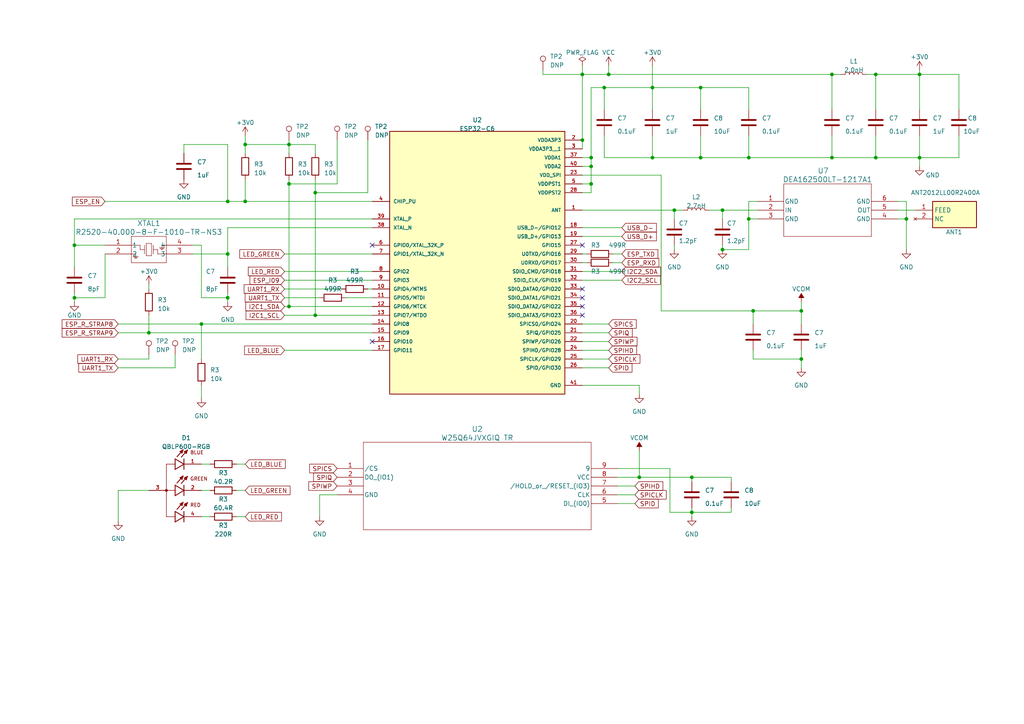
<source format=kicad_sch>
(kicad_sch (version 20230121) (generator eeschema)
  (paper "A4")
  (title_block (title "Smart Home Monitoring System") (date "2025-05-13") (rev "1.00") (comment 1 "Gaurang Solanki") (comment 2 "Designed by"))
  (junction (at 66.04 73.66))
  (junction (at 168.91 40.64))
  (junction (at 200.66 148.59))
  (junction (at 218.44 90.17))
  (junction (at 254 21.59))
  (junction (at 203.2 25.4))
  (junction (at 200.66 138.43))
  (junction (at 91.44 55.88))
  (junction (at 195.58 60.96))
  (junction (at 171.45 45.72))
  (junction (at 71.12 58.42))
  (junction (at 91.44 91.44))
  (junction (at 209.55 60.96))
  (junction (at 58.42 93.98))
  (junction (at 175.26 25.4))
  (junction (at 203.2 45.72))
  (junction (at 232.41 90.17))
  (junction (at 171.45 48.26))
  (junction (at 189.23 25.4))
  (junction (at 254 45.72))
  (junction (at 209.55 72.39))
  (junction (at 176.53 21.59))
  (junction (at 66.04 86.36))
  (junction (at 83.82 41.91))
  (junction (at 241.3 45.72))
  (junction (at 241.3 21.59))
  (junction (at 21.59 71.12))
  (junction (at 185.42 138.43))
  (junction (at 43.18 96.52))
  (junction (at 232.41 104.14))
  (junction (at 171.45 53.34))
  (junction (at 266.7 45.72))
  (junction (at 217.17 45.72))
  (junction (at 266.7 21.59))
  (junction (at 66.04 58.42))
  (junction (at 217.17 63.5))
  (junction (at 71.12 41.91))
  (junction (at 83.82 53.34))
  (junction (at 262.89 63.5))
  (junction (at 168.91 21.59))
  (junction (at 21.59 86.36))
  (junction (at 189.23 45.72))
  (junction (at 83.82 88.9))
  (no_connect (at 168.91 83.82))
  (no_connect (at 107.95 71.12))
  (no_connect (at 168.91 88.9))
  (no_connect (at 107.95 99.06))
  (no_connect (at 168.91 86.36))
  (no_connect (at 168.91 91.44))
  (no_connect (at 168.91 71.12))
  (wire (pts (xy 203.2 25.4) (xy 217.17 25.4)))
  (wire (pts (xy 171.45 53.34) (xy 168.91 53.34)))
  (wire (pts (xy 58.42 111.76) (xy 58.42 115.57)))
  (wire (pts (xy 21.59 71.12) (xy 21.59 77.47)))
  (wire (pts (xy 168.91 60.96) (xy 195.58 60.96)))
  (wire (pts (xy 266.7 48.26) (xy 266.7 45.72)))
  (wire (pts (xy 189.23 19.05) (xy 189.23 25.4)))
  (wire (pts (xy 180.34 73.66) (xy 177.8 73.66)))
  (wire (pts (xy 71.12 52.07) (xy 71.12 58.42)))
  (wire (pts (xy 243.84 21.59) (xy 241.3 21.59)))
  (wire (pts (xy 92.71 149.86) (xy 92.71 143.51)))
  (wire (pts (xy 184.15 143.51) (xy 179.07 143.51)))
  (wire (pts (xy 107.95 63.5) (xy 21.59 63.5)))
  (wire (pts (xy 184.15 146.05) (xy 179.07 146.05)))
  (wire (pts (xy 175.26 39.37) (xy 175.26 45.72)))
  (wire (pts (xy 200.66 138.43) (xy 185.42 138.43)))
  (wire (pts (xy 171.45 48.26) (xy 171.45 45.72)))
  (wire (pts (xy 91.44 41.91) (xy 83.82 41.91)))
  (wire (pts (xy 66.04 73.66) (xy 66.04 66.04)))
  (wire (pts (xy 106.68 55.88) (xy 91.44 55.88)))
  (wire (pts (xy 171.45 48.26) (xy 168.91 48.26)))
  (wire (pts (xy 191.77 90.17) (xy 218.44 90.17)))
  (wire (pts (xy 82.55 81.28) (xy 107.95 81.28)))
  (wire (pts (xy 66.04 86.36) (xy 66.04 85.09)))
  (wire (pts (xy 71.12 142.24) (xy 68.58 142.24)))
  (wire (pts (xy 83.82 52.07) (xy 83.82 53.34)))
  (wire (pts (xy 97.79 40.64) (xy 97.79 53.34)))
  (wire (pts (xy 266.7 20.32) (xy 266.7 21.59)))
  (wire (pts (xy 176.53 99.06) (xy 168.91 99.06)))
  (wire (pts (xy 171.45 45.72) (xy 168.91 45.72)))
  (wire (pts (xy 171.45 48.26) (xy 171.45 53.34)))
  (wire (pts (xy 218.44 90.17) (xy 218.44 93.98)))
  (wire (pts (xy 217.17 31.75) (xy 217.17 25.4)))
  (wire (pts (xy 180.34 68.58) (xy 168.91 68.58)))
  (wire (pts (xy 168.91 21.59) (xy 168.91 40.64)))
  (wire (pts (xy 203.2 45.72) (xy 217.17 45.72)))
  (wire (pts (xy 83.82 41.91) (xy 71.12 41.91)))
  (wire (pts (xy 176.53 101.6) (xy 168.91 101.6)))
  (wire (pts (xy 66.04 87.63) (xy 66.04 86.36)))
  (wire (pts (xy 43.18 102.87) (xy 43.18 104.14)))
  (wire (pts (xy 106.68 83.82) (xy 107.95 83.82)))
  (wire (pts (xy 176.53 106.68) (xy 168.91 106.68)))
  (wire (pts (xy 30.48 86.36) (xy 21.59 86.36)))
  (wire (pts (xy 55.88 71.12) (xy 58.42 71.12)))
  (wire (pts (xy 34.29 93.98) (xy 58.42 93.98)))
  (wire (pts (xy 58.42 93.98) (xy 107.95 93.98)))
  (wire (pts (xy 83.82 88.9) (xy 107.95 88.9)))
  (wire (pts (xy 195.58 60.96) (xy 198.12 60.96)))
  (wire (pts (xy 82.55 101.6) (xy 107.95 101.6)))
  (wire (pts (xy 254 21.59) (xy 254 31.75)))
  (wire (pts (xy 170.18 73.66) (xy 168.91 73.66)))
  (wire (pts (xy 262.89 63.5) (xy 260.35 63.5)))
  (wire (pts (xy 209.55 72.39) (xy 209.55 71.12)))
  (wire (pts (xy 58.42 71.12) (xy 58.42 86.36)))
  (wire (pts (xy 43.18 91.44) (xy 43.18 96.52)))
  (wire (pts (xy 262.89 72.39) (xy 262.89 63.5)))
  (wire (pts (xy 266.7 45.72) (xy 278.13 45.72)))
  (wire (pts (xy 189.23 39.37) (xy 189.23 45.72)))
  (wire (pts (xy 217.17 63.5) (xy 219.71 63.5)))
  (wire (pts (xy 83.82 40.64) (xy 83.82 41.91)))
  (wire (pts (xy 34.29 142.24) (xy 43.18 142.24)))
  (wire (pts (xy 200.66 138.43) (xy 200.66 139.7)))
  (wire (pts (xy 21.59 87.63) (xy 21.59 86.36)))
  (wire (pts (xy 212.09 147.32) (xy 212.09 148.59)))
  (wire (pts (xy 58.42 86.36) (xy 66.04 86.36)))
  (wire (pts (xy 254 45.72) (xy 266.7 45.72)))
  (wire (pts (xy 194.31 135.89) (xy 194.31 148.59)))
  (wire (pts (xy 168.91 78.74) (xy 180.34 78.74)))
  (wire (pts (xy 266.7 39.37) (xy 266.7 45.72)))
  (wire (pts (xy 203.2 39.37) (xy 203.2 45.72)))
  (wire (pts (xy 262.89 58.42) (xy 262.89 63.5)))
  (wire (pts (xy 191.77 50.8) (xy 191.77 90.17)))
  (wire (pts (xy 176.53 96.52) (xy 168.91 96.52)))
  (wire (pts (xy 53.34 44.45) (xy 53.34 41.91)))
  (wire (pts (xy 168.91 43.18) (xy 168.91 40.64)))
  (wire (pts (xy 71.12 149.86) (xy 68.58 149.86)))
  (wire (pts (xy 30.48 73.66) (xy 30.48 86.36)))
  (wire (pts (xy 217.17 58.42) (xy 217.17 63.5)))
  (wire (pts (xy 82.55 86.36) (xy 92.71 86.36)))
  (wire (pts (xy 157.48 20.32) (xy 157.48 21.59)))
  (wire (pts (xy 175.26 31.75) (xy 175.26 25.4)))
  (wire (pts (xy 60.96 149.86) (xy 58.42 149.86)))
  (wire (pts (xy 168.91 81.28) (xy 180.34 81.28)))
  (wire (pts (xy 212.09 138.43) (xy 200.66 138.43)))
  (wire (pts (xy 91.44 52.07) (xy 91.44 55.88)))
  (wire (pts (xy 217.17 72.39) (xy 209.55 72.39)))
  (wire (pts (xy 83.82 44.45) (xy 83.82 41.91)))
  (wire (pts (xy 232.41 90.17) (xy 232.41 93.98)))
  (wire (pts (xy 200.66 147.32) (xy 200.66 148.59)))
  (wire (pts (xy 97.79 53.34) (xy 83.82 53.34)))
  (wire (pts (xy 157.48 21.59) (xy 168.91 21.59)))
  (wire (pts (xy 175.26 25.4) (xy 171.45 25.4)))
  (wire (pts (xy 60.96 134.62) (xy 58.42 134.62)))
  (wire (pts (xy 92.71 143.51) (xy 97.79 143.51)))
  (wire (pts (xy 176.53 104.14) (xy 168.91 104.14)))
  (wire (pts (xy 254 39.37) (xy 254 45.72)))
  (wire (pts (xy 66.04 58.42) (xy 71.12 58.42)))
  (wire (pts (xy 83.82 53.34) (xy 83.82 88.9)))
  (wire (pts (xy 175.26 25.4) (xy 189.23 25.4)))
  (wire (pts (xy 82.55 83.82) (xy 99.06 83.82)))
  (wire (pts (xy 55.88 73.66) (xy 66.04 73.66)))
  (wire (pts (xy 185.42 138.43) (xy 179.07 138.43)))
  (wire (pts (xy 266.7 21.59) (xy 266.7 31.75)))
  (wire (pts (xy 185.42 111.76) (xy 168.91 111.76)))
  (wire (pts (xy 171.45 55.88) (xy 171.45 53.34)))
  (wire (pts (xy 71.12 41.91) (xy 71.12 44.45)))
  (wire (pts (xy 66.04 66.04) (xy 107.95 66.04)))
  (wire (pts (xy 21.59 71.12) (xy 30.48 71.12)))
  (wire (pts (xy 168.91 21.59) (xy 176.53 21.59)))
  (wire (pts (xy 34.29 106.68) (xy 50.8 106.68)))
  (wire (pts (xy 171.45 55.88) (xy 168.91 55.88)))
  (wire (pts (xy 176.53 19.05) (xy 176.53 21.59)))
  (wire (pts (xy 217.17 45.72) (xy 241.3 45.72)))
  (wire (pts (xy 266.7 21.59) (xy 278.13 21.59)))
  (wire (pts (xy 180.34 66.04) (xy 168.91 66.04)))
  (wire (pts (xy 194.31 148.59) (xy 200.66 148.59)))
  (wire (pts (xy 200.66 148.59) (xy 200.66 149.86)))
  (wire (pts (xy 82.55 88.9) (xy 83.82 88.9)))
  (wire (pts (xy 251.46 21.59) (xy 254 21.59)))
  (wire (pts (xy 66.04 73.66) (xy 66.04 77.47)))
  (wire (pts (xy 91.44 91.44) (xy 107.95 91.44)))
  (wire (pts (xy 176.53 21.59) (xy 241.3 21.59)))
  (wire (pts (xy 60.96 142.24) (xy 58.42 142.24)))
  (wire (pts (xy 185.42 130.81) (xy 185.42 138.43)))
  (wire (pts (xy 209.55 60.96) (xy 209.55 63.5)))
  (wire (pts (xy 91.44 55.88) (xy 91.44 91.44)))
  (wire (pts (xy 195.58 60.96) (xy 195.58 63.5)))
  (wire (pts (xy 205.74 60.96) (xy 209.55 60.96)))
  (wire (pts (xy 82.55 78.74) (xy 107.95 78.74)))
  (wire (pts (xy 58.42 93.98) (xy 58.42 104.14)))
  (wire (pts (xy 180.34 76.2) (xy 177.8 76.2)))
  (wire (pts (xy 71.12 58.42) (xy 107.95 58.42)))
  (wire (pts (xy 43.18 104.14) (xy 34.29 104.14)))
  (wire (pts (xy 170.18 76.2) (xy 168.91 76.2)))
  (wire (pts (xy 179.07 135.89) (xy 194.31 135.89)))
  (wire (pts (xy 218.44 101.6) (xy 218.44 104.14)))
  (wire (pts (xy 34.29 96.52) (xy 43.18 96.52)))
  (wire (pts (xy 260.35 58.42) (xy 262.89 58.42)))
  (wire (pts (xy 53.34 41.91) (xy 66.04 41.91)))
  (wire (pts (xy 168.91 19.05) (xy 168.91 21.59)))
  (wire (pts (xy 168.91 50.8) (xy 191.77 50.8)))
  (wire (pts (xy 43.18 82.55) (xy 43.18 83.82)))
  (wire (pts (xy 43.18 96.52) (xy 107.95 96.52)))
  (wire (pts (xy 189.23 25.4) (xy 203.2 25.4)))
  (wire (pts (xy 212.09 139.7) (xy 212.09 138.43)))
  (wire (pts (xy 106.68 40.64) (xy 106.68 55.88)))
  (wire (pts (xy 217.17 63.5) (xy 217.17 72.39)))
  (wire (pts (xy 241.3 39.37) (xy 241.3 45.72)))
  (wire (pts (xy 217.17 39.37) (xy 217.17 45.72)))
  (wire (pts (xy 100.33 86.36) (xy 107.95 86.36)))
  (wire (pts (xy 219.71 58.42) (xy 217.17 58.42)))
  (wire (pts (xy 232.41 87.63) (xy 232.41 90.17)))
  (wire (pts (xy 66.04 41.91) (xy 66.04 58.42)))
  (wire (pts (xy 176.53 93.98) (xy 168.91 93.98)))
  (wire (pts (xy 218.44 90.17) (xy 232.41 90.17)))
  (wire (pts (xy 21.59 86.36) (xy 21.59 85.09)))
  (wire (pts (xy 179.07 140.97) (xy 184.15 140.97)))
  (wire (pts (xy 232.41 104.14) (xy 232.41 106.68)))
  (wire (pts (xy 175.26 45.72) (xy 189.23 45.72)))
  (wire (pts (xy 241.3 45.72) (xy 254 45.72)))
  (wire (pts (xy 203.2 25.4) (xy 203.2 31.75)))
  (wire (pts (xy 21.59 63.5) (xy 21.59 71.12)))
  (wire (pts (xy 71.12 39.37) (xy 71.12 41.91)))
  (wire (pts (xy 189.23 45.72) (xy 203.2 45.72)))
  (wire (pts (xy 278.13 31.75) (xy 278.13 21.59)))
  (wire (pts (xy 185.42 114.3) (xy 185.42 111.76)))
  (wire (pts (xy 218.44 104.14) (xy 232.41 104.14)))
  (wire (pts (xy 34.29 151.13) (xy 34.29 142.24)))
  (wire (pts (xy 195.58 71.12) (xy 195.58 72.39)))
  (wire (pts (xy 91.44 44.45) (xy 91.44 41.91)))
  (wire (pts (xy 68.58 134.62) (xy 71.12 134.62)))
  (wire (pts (xy 212.09 148.59) (xy 200.66 148.59)))
  (wire (pts (xy 254 21.59) (xy 266.7 21.59)))
  (wire (pts (xy 260.35 60.96) (xy 265.43 60.96)))
  (wire (pts (xy 82.55 73.66) (xy 107.95 73.66)))
  (wire (pts (xy 241.3 31.75) (xy 241.3 21.59)))
  (wire (pts (xy 50.8 106.68) (xy 50.8 102.87)))
  (wire (pts (xy 209.55 60.96) (xy 219.71 60.96)))
  (wire (pts (xy 232.41 101.6) (xy 232.41 104.14)))
  (wire (pts (xy 189.23 25.4) (xy 189.23 31.75)))
  (wire (pts (xy 82.55 91.44) (xy 91.44 91.44)))
  (wire (pts (xy 30.48 58.42) (xy 66.04 58.42)))
  (wire (pts (xy 278.13 45.72) (xy 278.13 39.37)))
  (wire (pts (xy 171.45 25.4) (xy 171.45 45.72)))
  (global_label "SPIWP" (shape input) (at 97.79 140.97 180) (property "Intersheetrefs" "${INTERSHEET_REFS}" (effects hide)))
  (global_label "LED_RED" (shape input) (at 82.55 78.74 180) (property "Intersheetrefs" "${INTERSHEET_REFS}" (effects hide)))
  (global_label "ESP_EN" (shape input) (at 30.48 58.42 180) (property "Intersheetrefs" "${INTERSHEET_REFS}" (effects hide)))
  (global_label "LED_BLUE" (shape input) (at 71.12 134.62 0) (property "Intersheetrefs" "${INTERSHEET_REFS}" (effects hide)))
  (global_label "SPICLK" (shape input) (at 184.15 143.51 0) (property "Intersheetrefs" "${INTERSHEET_REFS}" (effects hide)))
  (global_label "I2C1_SCL" (shape input) (at 82.55 91.44 180) (property "Intersheetrefs" "${INTERSHEET_REFS}" (effects hide)))
  (global_label "SPID" (shape input) (at 176.53 106.68 0) (property "Intersheetrefs" "${INTERSHEET_REFS}" (effects hide)))
  (global_label "UART1_TX" (shape input) (at 82.55 86.36 180) (property "Intersheetrefs" "${INTERSHEET_REFS}" (effects hide)))
  (global_label "ESP_TXD" (shape input) (at 180.34 73.66 0) (property "Intersheetrefs" "${INTERSHEET_REFS}" (effects hide)))
  (global_label "ESP_R_STRAP9" (shape input) (at 34.29 96.52 180) (property "Intersheetrefs" "${INTERSHEET_REFS}" (effects hide)))
  (global_label "USB_D+" (shape input) (at 180.34 68.58 0) (property "Intersheetrefs" "${INTERSHEET_REFS}" (effects hide)))
  (global_label "UART1_TX" (shape input) (at 34.29 106.68 180) (property "Intersheetrefs" "${INTERSHEET_REFS}" (effects hide)))
  (global_label "USB_D-" (shape input) (at 180.34 66.04 0) (property "Intersheetrefs" "${INTERSHEET_REFS}" (effects hide)))
  (global_label "SPID" (shape input) (at 184.15 146.05 0) (property "Intersheetrefs" "${INTERSHEET_REFS}" (effects hide)))
  (global_label "SPIQ" (shape input) (at 97.79 138.43 180) (property "Intersheetrefs" "${INTERSHEET_REFS}" (effects hide)))
  (global_label "SPIHD" (shape input) (at 184.15 140.97 0) (property "Intersheetrefs" "${INTERSHEET_REFS}" (effects hide)))
  (global_label "UART1_RX" (shape input) (at 34.29 104.14 180) (property "Intersheetrefs" "${INTERSHEET_REFS}" (effects hide)))
  (global_label "I2C1_SDA" (shape input) (at 82.55 88.9 180) (property "Intersheetrefs" "${INTERSHEET_REFS}" (effects hide)))
  (global_label "I2C2_SDA" (shape input) (at 180.34 78.74 0) (property "Intersheetrefs" "${INTERSHEET_REFS}" (effects hide)))
  (global_label "LED_RED" (shape input) (at 71.12 149.86 0) (property "Intersheetrefs" "${INTERSHEET_REFS}" (effects hide)))
  (global_label "UART1_RX" (shape input) (at 82.55 83.82 180) (property "Intersheetrefs" "${INTERSHEET_REFS}" (effects hide)))
  (global_label "SPICLK" (shape input) (at 176.53 104.14 0) (property "Intersheetrefs" "${INTERSHEET_REFS}" (effects hide)))
  (global_label "SPICS" (shape input) (at 97.79 135.89 180) (property "Intersheetrefs" "${INTERSHEET_REFS}" (effects hide)))
  (global_label "SPICS" (shape input) (at 176.53 93.98 0) (property "Intersheetrefs" "${INTERSHEET_REFS}" (effects hide)))
  (global_label "LED_BLUE" (shape input) (at 82.55 101.6 180) (property "Intersheetrefs" "${INTERSHEET_REFS}" (effects hide)))
  (global_label "LED_GREEN" (shape input) (at 71.12 142.24 0) (property "Intersheetrefs" "${INTERSHEET_REFS}" (effects hide)))
  (global_label "SPIHD" (shape input) (at 176.53 101.6 0) (property "Intersheetrefs" "${INTERSHEET_REFS}" (effects hide)))
  (global_label "SPIQ" (shape input) (at 176.53 96.52 0) (property "Intersheetrefs" "${INTERSHEET_REFS}" (effects hide)))
  (global_label "ESP_RXD" (shape input) (at 180.34 76.2 0) (property "Intersheetrefs" "${INTERSHEET_REFS}" (effects hide)))
  (global_label "ESP_R_STRAP8" (shape input) (at 34.29 93.98 180) (property "Intersheetrefs" "${INTERSHEET_REFS}" (effects hide)))
  (global_label "SPIWP" (shape input) (at 176.53 99.06 0) (property "Intersheetrefs" "${INTERSHEET_REFS}" (effects hide)))
  (global_label "LED_GREEN" (shape input) (at 82.55 73.66 180) (property "Intersheetrefs" "${INTERSHEET_REFS}" (effects hide)))
  (global_label "I2C2_SCL" (shape input) (at 180.34 81.28 0) (property "Intersheetrefs" "${INTERSHEET_REFS}" (effects hide)))
  (global_label "ESP_I09" (shape input) (at 82.55 81.28 180) (property "Intersheetrefs" "${INTERSHEET_REFS}" (effects hide)))
  (symbol (lib_id "Device:C") (at 232.41 97.79 0) (unit 1)
    (property "Reference" "C7" (at 236.22 96.52 0) (effects (justify left)))
    (property "Value" "1uF" (at 236.22 100.33 0) (effects (justify left)))
    (property "Footprint" "GS_other:R_0402_1005Metric_Pad0.72x0.64mm_HandSolder" (effects hide))
    (property "Datasheet" "https://www.digikey.ca/en/products/detail/samsung-electro-mechanics/CL05A105KA5NQNC/3887103" (effects hide))
    (property "Manufacturer" "Samsung Electro-Mechanics" (effects hide))
    (property "Part Number" "CL05A105KA5NQNC" (effects hide))
    (property "Price" "0.04590" (effects hide))
    (instances (project "SHM_V2.0" (path "" (reference "C7") (unit 1)) (path "" (reference "C4") (unit 1))))
  )
  (symbol (lib_id "Device:C") (at 212.09 143.51 0) (unit 1)
    (property "Reference" "C8" (at 215.9 142.24 0) (effects (justify left)))
    (property "Value" "10uF" (at 215.9 146.05 0) (effects (justify left)))
    (property "Footprint" "GS_other:R_0402_1005Metric_Pad0.72x0.64mm_HandSolder" (effects hide))
    (property "Datasheet" "https://www.digikey.ca/en/products/detail/murata-electronics/GRM155R61A106ME11D/12091056" (effects hide))
    (property "Manufacturer" "Murata Electronics" (effects hide))
    (property "Part Number" "GRM155R61A106ME11D" (effects hide))
    (property "Price" "0.03650" (effects hide))
    (instances (project "SHM_V2.0" (path "" (reference "C8") (unit 1)) (path "" (reference "C2") (unit 1))))
  )
  (symbol (lib_id "Device:R") (at 58.42 107.95 180) (unit 1)
    (property "Reference" "R3" (at 60.96 107.315 0) (effects (justify right)))
    (property "Value" "10k" (at 60.96 109.855 0) (effects (justify right)))
    (property "Footprint" "GS_other:R_0402_1005Metric_Pad0.72x0.64mm_HandSolder" (effects hide))
    (property "Datasheet" "https://www.digikey.ca/en/products/detail/yageo/RC0402JR-0710KL/726418" (effects hide))
    (property "Manufacturer" "YAGEO" (effects hide))
    (property "Part Number" "RC0402JR-0710KL" (effects hide))
    (property "Price" "0.00960" (effects hide))
    (instances (project "SHM_V2.0" (path "" (reference "R3") (unit 1)) (path "" (reference "R4") (unit 1)) (path "" (reference "R11") (unit 1))))
  )
  (symbol (lib_id "Device:R") (at 91.44 48.26 180) (unit 1)
    (property "Reference" "R3" (at 93.98 47.625 0) (effects (justify right)))
    (property "Value" "10k" (at 93.98 50.165 0) (effects (justify right)))
    (property "Footprint" "GS_other:R_0402_1005Metric_Pad0.72x0.64mm_HandSolder" (effects hide))
    (property "Datasheet" "https://www.digikey.ca/en/products/detail/yageo/RC0402JR-0710KL/726418" (effects hide))
    (property "Manufacturer" "YAGEO" (effects hide))
    (property "Part Number" "RC0402JR-0710KL" (effects hide))
    (property "Price" "0.00960" (effects hide))
    (instances (project "SHM_V2.0" (path "" (reference "R3") (unit 1)) (path "" (reference "R4") (unit 1)) (path "" (reference "R16") (unit 1))))
  )
  (symbol (lib_id "power:GND") (at 232.41 106.68 0) (unit 1)
    (property "Reference" "#PWR022" (effects hide))
    (property "Value" "GND" (at 232.41 111.76 0))
    (instances (project "SHM_V2.0" (path "" (reference "#PWR022") (unit 1)) (path "" (reference "#PWR025") (unit 1))))
  )
  (symbol (lib_id "power:GND") (at 66.04 87.63 0) (unit 1)
    (property "Reference" "#PWR022" (effects hide))
    (property "Value" "GND" (at 66.04 92.71 0))
    (instances (project "SHM_V2.0" (path "" (reference "#PWR022") (unit 1)) (path "" (reference "#PWR028") (unit 1))))
  )
  (symbol (lib_id "Device:R") (at 64.77 149.86 90) (unit 1)
    (property "Reference" "R3" (at 64.77 152.4 90))
    (property "Value" "220R" (at 64.77 154.94 90))
    (property "Footprint" "GS_other:R_0402_1005Metric_Pad0.72x0.64mm_HandSolder" (effects hide))
    (property "Datasheet" "https://www.digikey.ca/en/products/detail/yageo/RC0402FR-07220RL/726565" (effects hide))
    (property "Manufacturer" "YAGEO" (effects hide))
    (property "Part Number" "RC0402FR-07220RL" (effects hide))
    (property "Price" "0.00960" (effects hide))
    (instances (project "SHM_V2.0" (path "" (reference "R3") (unit 1)) (path "" (reference "R4") (unit 1)) (path "" (reference "R21") (unit 1))))
  )
  (symbol (lib_id "GS_other:R2520-40.000-10-F-1010-EXT-TR") (at 30.48 71.12 0) (unit 1)
    (property "Reference" "XTAL1" (at 43.18 64.77 0) (effects (font (size 1.524 1.524))))
    (property "Value" "R2520-40.000-8-F-1010-TR-NS3" (at 43.18 67.31 0) (effects (font (size 1.524 1.524))))
    (property "Footprint" "GS_other:R2520-40.000-10-F-1010-EXT-TR_RAL" (effects hide))
    (property "Datasheet" "https://www.digikey.ca/en/products/detail/raltron-electronics/R2520-40-000-8-F-1010-TR-NS3/22531210?s=N4IgTCBcDaIEpgKxgAwFoAsKB0K9oA40AxNARhQrQBU40A5AZQGYQBdAXyA" (effects hide))
    (property "Manufacturer" "Raltron Electronics" (effects hide))
    (property "Part Number" "R2520-40.000-8-F-1010-TR-NS3" (effects hide))
    (property "Price" "0.23630" (effects hide))
    (instances (project "SHM_V2.0" (path "" (reference "XTAL1") (unit 1)) (path "" (reference "X1") (unit 1))))
  )
  (symbol (lib_id "GS_Connector:ESP32-C6") (at 138.43 73.66 0) (unit 1)
    (property "Reference" "U2" (at 138.43 34.798 0))
    (property "Value" "ESP32-C6" (at 138.43 37.338 0))
    (property "Footprint" "GS_ICs:QFN40P500X500X90-41N" (effects hide))
    (property "Datasheet" "https://www.digikey.ca/en/products/detail/espressif-systems/ESP32-C6/18587530" (effects hide))
    (property "Manufacturer" "Espressif Systems" (effects hide))
    (property "Part Number" "ESP32-C6" (effects hide))
    (property "Price" "3.18000" (effects hide))
    (instances (project "SHM_V2.0" (path "" (reference "U2") (unit 1)) (path "" (reference "U4") (unit 1))))
  )
  (symbol (lib_id "GS_other:QBLP600-RGB") (at 50.8 142.24 0) (unit 1)
    (property "Reference" "D1" (at 54.0104 127 0))
    (property "Value" "QBLP600-RGB" (at 54.0104 129.54 0))
    (property "Footprint" "GS_other:LED_QBLP600-RGB" (effects hide))
    (property "Datasheet" "https://www.digikey.ca/en/products/detail/qt-brightek-qtb/QBLP600-RGB/5299203" (effects hide))
    (property "Price" "0.38900" (effects hide))
    (property "Description" "\n                        \n                            Red, Green, Blue (RGB) 630nm Red, 525nm Green, 470nm Blue LED Indication - Discrete 2V Red, 3.3V Green, 3.3V Blue 0606 (1616 Metric)\n                        \n" (effects hide))
    (property "Manufacturer" "QT Brightek (QTB)" (effects hide))
    (property "Part Number" "QBLP600-RGB" (effects hide))
  )
  (symbol (lib_id "Device:C") (at 203.2 35.56 0) (unit 1)
    (property "Reference" "C8" (at 207.01 34.29 0) (effects (justify left)))
    (property "Value" "10uF" (at 207.01 38.1 0) (effects (justify left)))
    (property "Footprint" "GS_other:R_0402_1005Metric_Pad0.72x0.64mm_HandSolder" (effects hide))
    (property "Datasheet" "https://www.digikey.ca/en/products/detail/murata-electronics/GRM155R61A106ME11D/12091056" (effects hide))
    (property "Manufacturer" "Murata Electronics" (effects hide))
    (property "Part Number" "GRM155R61A106ME11D" (effects hide))
    (property "Price" "0.03650" (effects hide))
    (instances (project "SHM_V2.0" (path "" (reference "C8") (unit 1)) (path "" (reference "C18") (unit 1))))
  )
  (symbol (lib_id "Device:C") (at 217.17 35.56 0) (unit 1)
    (property "Reference" "C7" (at 220.98 34.29 0) (effects (justify left)))
    (property "Value" "0.1uF" (at 220.98 38.1 0) (effects (justify left)))
    (property "Footprint" "GS_other:R_0402_1005Metric_Pad0.72x0.64mm_HandSolder" (effects hide))
    (property "Datasheet" "https://www.digikey.ca/en/products/detail/samsung-electro-mechanics/CL05B104KP5NNNC/3886660" (effects hide))
    (property "Manufacturer" "Samsung Electro-Mechanics" (effects hide))
    (property "Part Number" "CL05B104KP5NNNC" (effects hide))
    (property "Price" "0.00530" (effects hide))
    (instances (project "SHM_V2.0" (path "" (reference "C7") (unit 1)) (path "" (reference "C21") (unit 1))))
  )
  (symbol (lib_id "Device:C") (at 278.13 35.56 0) (unit 1)
    (property "Reference" "C8" (at 280.67 34.29 0) (effects (justify left)))
    (property "Value" "10uF" (at 279.4 38.1 0) (effects (justify left)))
    (property "Footprint" "GS_other:R_0402_1005Metric_Pad0.72x0.64mm_HandSolder" (effects hide))
    (property "Datasheet" "https://www.digikey.ca/en/products/detail/murata-electronics/GRM155R61A106ME11D/12091056" (effects hide))
    (property "Manufacturer" "Murata Electronics" (effects hide))
    (property "Part Number" "GRM155R61A106ME11D" (effects hide))
    (property "Price" "0.03650" (effects hide))
  )
  (symbol (lib_id "power:GND") (at 34.29 151.13 0) (unit 1)
    (property "Reference" "#PWR05" (effects hide))
    (property "Value" "GND" (at 34.29 156.21 0))
    (instances (project "SHM_V2.0" (path "" (reference "#PWR05") (unit 1)) (path "" (reference "#PWR015") (unit 1)) (path "" (reference "#PWR029") (unit 1))))
  )
  (symbol (lib_id "Device:C") (at 175.26 35.56 0) (unit 1)
    (property "Reference" "C7" (at 179.07 34.29 0) (effects (justify left)))
    (property "Value" "0.1uF" (at 179.07 38.1 0) (effects (justify left)))
    (property "Footprint" "GS_other:R_0402_1005Metric_Pad0.72x0.64mm_HandSolder" (effects hide))
    (property "Datasheet" "https://www.digikey.ca/en/products/detail/samsung-electro-mechanics/CL05B104KP5NNNC/3886660" (effects hide))
    (property "Manufacturer" "Samsung Electro-Mechanics" (effects hide))
    (property "Part Number" "CL05B104KP5NNNC" (effects hide))
    (property "Price" "0.00530" (effects hide))
    (instances (project "SHM_V2.0" (path "" (reference "C7") (unit 1)) (path "" (reference "C19") (unit 1))))
  )
  (symbol (lib_id "power:GND") (at 185.42 114.3 0) (unit 1)
    (property "Reference" "#PWR022" (effects hide))
    (property "Value" "GND" (at 185.42 119.38 0))
    (instances (project "SHM_V2.0" (path "" (reference "#PWR022") (unit 1)) (path "" (reference "#PWR024") (unit 1))))
  )
  (symbol (lib_id "power:PWR_FLAG") (at 168.91 19.05 0) (unit 1)
    (property "Reference" "#FLG04" (effects hide))
    (property "Value" "PWR_FLAG" (at 168.91 15.24 0))
    (instances (project "SHM_V2.0" (path "" (reference "#FLG04") (unit 1)) (path "" (reference "#FLG05") (unit 1))))
  )
  (symbol (lib_id "Device:C") (at 21.59 81.28 0) (unit 1)
    (property "Reference" "C7" (at 25.4 80.01 0) (effects (justify left)))
    (property "Value" "8pF" (at 25.4 83.82 0) (effects (justify left)))
    (property "Footprint" "GS_other:R_0402_1005Metric_Pad0.72x0.64mm_HandSolder" (effects hide))
    (property "Datasheet" "https://www.digikey.ca/en/products/detail/samsung-electro-mechanics/CL05C080DB51PNC/11487821" (effects hide))
    (property "Manufacturer" "Samsung Electro-Mechanics" (effects hide))
    (property "Part Number" "CL05C080DB51PNC" (effects hide))
    (property "Price" "0.02490" (effects hide))
    (instances (project "SHM_V2.0" (path "" (reference "C7") (unit 1)) (path "" (reference "C11") (unit 1))))
  )
  (symbol (lib_id "power:GND") (at 21.59 87.63 0) (unit 1)
    (property "Reference" "#PWR022" (effects hide))
    (property "Value" "GND" (at 21.59 91.44 0))
    (instances (project "SHM_V2.0" (path "" (reference "#PWR022") (unit 1)) (path "" (reference "#PWR027") (unit 1))))
  )
  (symbol (lib_id "power:GND") (at 200.66 149.86 0) (unit 1)
    (property "Reference" "#PWR022" (effects hide))
    (property "Value" "GND" (at 200.66 154.94 0))
    (instances (project "SHM_V2.0" (path "" (reference "#PWR022") (unit 1)) (path "" (reference "#PWR018") (unit 1))))
  )
  (symbol (lib_id "power:GND") (at 53.34 52.07 0) (unit 1)
    (property "Reference" "#PWR05" (effects hide))
    (property "Value" "GND" (at 53.34 57.15 0))
    (instances (project "SHM_V2.0" (path "" (reference "#PWR05") (unit 1)) (path "" (reference "#PWR015") (unit 1)) (path "" (reference "#PWR044") (unit 1))))
  )
  (symbol (lib_id "Connector:TestPoint") (at 50.8 102.87 0) (unit 1)
    (property "Reference" "TP2" (at 52.832 98.933 0) (effects (justify left)))
    (property "Value" "DNP" (at 52.832 101.473 0) (effects (justify left)))
    (property "Footprint" "GS_other:TestPoint_Pad_D1.0mm" (effects hide))
    (property "Part Number" "DNP" (effects hide))
    (instances (project "AAVAA_V4_charger" (path "" (reference "TP2") (unit 1)) (path "" (reference "TP23") (unit 1))) (project "owlhome_nrf_v02.1" (path "" (reference "TP22") (unit 1))) (project "SHM_V2.0" (path "" (reference "TP10") (unit 1)) (path "" (reference "TP3") (unit 1))))
  )
  (symbol (lib_id "power:VCOM") (at 185.42 130.81 0) (unit 1)
    (property "Reference" "#PWR026" (effects hide))
    (property "Value" "VCOM" (at 185.42 127 0))
  )
  (symbol (lib_id "Device:C") (at 195.58 67.31 0) (unit 1)
    (property "Reference" "C7" (at 196.85 64.77 0) (effects (justify left)))
    (property "Value" "1.2pF" (at 196.85 69.85 0) (effects (justify left)))
    (property "Footprint" "GS_other:C_0201_0603Metric_Pad0.64x0.40mm_HandSolder" (effects hide))
    (property "Datasheet" "https://www.digikey.ca/en/products/detail/murata-electronics/GRM0335C1E1R2BA01D/4358580" (effects hide))
    (property "Part Number" "GRM0335C1E1R2BA01D" (effects hide))
    (property "Manufacturer" "Murata Electronics" (effects hide))
    (property "Price" "0.01440" (effects hide))
    (instances (project "SHM_V2.0" (path "" (reference "C7") (unit 1)) (path "" (reference "C15") (unit 1))))
  )
  (symbol (lib_id "Device:L") (at 201.93 60.96 90) (unit 1)
    (property "Reference" "L2" (at 201.93 57.15 90))
    (property "Value" "2.7nH" (at 201.93 59.69 90))
    (property "Footprint" "GS_other:C_0201_0603Metric_Pad0.64x0.40mm_HandSolder" (effects hide))
    (property "Datasheet" "https://www.digikey.ca/en/products/detail/murata-electronics/LQP03TN2N7B02D/2391744?s=N4IgTCBcDaIDIEUAKAGAzAFQHJiwdgCEUwAREAXQF8g" (effects hide))
    (property "Part Number" "LQP03TN2N7B02D" (effects hide))
    (property "Manufacturer" "Murata Electronics" (effects hide))
    (property "Price" "0.03530" (effects hide))
  )
  (symbol (lib_id "Device:R") (at 64.77 134.62 90) (unit 1)
    (property "Reference" "R3" (at 64.77 137.16 90))
    (property "Value" "40.2R" (at 64.77 139.7 90))
    (property "Footprint" "GS_other:R_0402_1005Metric_Pad0.72x0.64mm_HandSolder" (effects hide))
    (property "Datasheet" "https://www.digikey.ca/en/products/detail/stackpole-electronics-inc/RMCF0402FT40R2/1714715" (effects hide))
    (property "Manufacturer" "Stackpole Electronics Inc" (effects hide))
    (property "Part Number" "RMCF0402FT40R2" (effects hide))
    (property "Price" "0.01350" (effects hide))
    (instances (project "SHM_V2.0" (path "" (reference "R3") (unit 1)) (path "" (reference "R4") (unit 1)) (path "" (reference "R2") (unit 1))))
  )
  (symbol (lib_id "power:GND") (at 92.71 149.86 0) (unit 1)
    (property "Reference" "#PWR022" (effects hide))
    (property "Value" "GND" (at 92.71 154.94 0))
    (instances (project "SHM_V2.0" (path "" (reference "#PWR022") (unit 1)) (path "" (reference "#PWR014") (unit 1))))
  )
  (symbol (lib_id "power:+3V0") (at 43.18 82.55 0) (unit 1)
    (property "Reference" "#PWR04" (effects hide))
    (property "Value" "+3V0" (at 43.18 78.74 0))
    (instances (project "SHM_V2.0" (path "" (reference "#PWR04") (unit 1)) (path "" (reference "#PWR021") (unit 1))))
  )
  (symbol (lib_id "Device:R") (at 83.82 48.26 180) (unit 1)
    (property "Reference" "R3" (at 86.36 47.625 0) (effects (justify right)))
    (property "Value" "10k" (at 86.36 50.165 0) (effects (justify right)))
    (property "Footprint" "GS_other:R_0402_1005Metric_Pad0.72x0.64mm_HandSolder" (effects hide))
    (property "Datasheet" "https://www.digikey.ca/en/products/detail/yageo/RC0402JR-0710KL/726418" (effects hide))
    (property "Manufacturer" "YAGEO" (effects hide))
    (property "Part Number" "RC0402JR-0710KL" (effects hide))
    (property "Price" "0.00960" (effects hide))
    (instances (project "SHM_V2.0" (path "" (reference "R3") (unit 1)) (path "" (reference "R4") (unit 1)) (path "" (reference "R10") (unit 1))))
  )
  (symbol (lib_id "Device:L") (at 247.65 21.59 90) (unit 1)
    (property "Reference" "L1" (at 247.65 17.78 90))
    (property "Value" "2.0nH" (at 247.65 20.32 90))
    (property "Footprint" "GS_other:R_0402_1005Metric_Pad0.72x0.64mm_HandSolder" (effects hide))
    (property "Datasheet" "https://www.digikey.ca/en/products/detail/murata-electronics/LQG15HN2N0C02D/6798501?s=N4IgTCBcDaIDIEUDiBGArACQHJiwBgGE8wAREAXQF8g" (effects hide))
    (property "Part Number" "LQG15HN2N0C02D" (effects hide))
    (property "Manufacturer" "Murata Electronics" (effects hide))
    (property "Price" "0.05260" (effects hide))
  )
  (symbol (lib_id "Device:C") (at 66.04 81.28 0) (unit 1)
    (property "Reference" "C7" (at 59.69 78.74 0) (effects (justify left)))
    (property "Value" "8pF" (at 59.69 83.82 0) (effects (justify left)))
    (property "Footprint" "GS_other:R_0402_1005Metric_Pad0.72x0.64mm_HandSolder" (effects hide))
    (property "Datasheet" "https://www.digikey.ca/en/products/detail/samsung-electro-mechanics/CL05C080DB51PNC/11487821" (effects hide))
    (property "Manufacturer" "Samsung Electro-Mechanics" (effects hide))
    (property "Part Number" "CL05C080DB51PNC" (effects hide))
    (property "Price" "0.02490" (effects hide))
    (instances (project "SHM_V2.0" (path "" (reference "C7") (unit 1)) (path "" (reference "C12") (unit 1))))
  )
  (symbol (lib_id "Device:C") (at 241.3 35.56 0) (unit 1)
    (property "Reference" "C7" (at 245.11 34.29 0) (effects (justify left)))
    (property "Value" "0.1uF" (at 245.11 38.1 0) (effects (justify left)))
    (property "Footprint" "GS_other:R_0402_1005Metric_Pad0.72x0.64mm_HandSolder" (effects hide))
    (property "Datasheet" "https://www.digikey.ca/en/products/detail/samsung-electro-mechanics/CL05B104KP5NNNC/3886660" (effects hide))
    (property "Manufacturer" "Samsung Electro-Mechanics" (effects hide))
    (property "Part Number" "CL05B104KP5NNNC" (effects hide))
    (property "Price" "0.00530" (effects hide))
  )
  (symbol (lib_id "GS_ICs:W25Q64JVXGIQ_TR") (at 97.79 135.89 0) (unit 1)
    (property "Reference" "U2" (at 138.43 124.46 0) (effects (font (size 1.524 1.524))))
    (property "Value" "W25Q64JVXGIQ TR" (at 138.43 127 0) (effects (font (size 1.524 1.524))))
    (property "Footprint" "GS_ICs:DFN_XGIQ TR_WIN-L" (effects hide))
    (property "Datasheet" "https://www.digikey.ca/en/products/detail/winbond-electronics/W25Q64JVXGIQ-TR/15181863?s=N4IgTCBcDaIOpgKwEUBsAWAUgNQBoHEBJZAAgBUAlEAXQF8g" (effects hide))
    (property "Manufacturer" "Winbond Electronics" (effects hide))
    (property "Part Number" "W25Q64JVXGIQ TR" (effects hide))
    (property "Price" "1.35780" (effects hide))
  )
  (symbol (lib_id "Connector:TestPoint") (at 97.79 40.64 0) (unit 1)
    (property "Reference" "TP2" (at 99.822 36.703 0) (effects (justify left)))
    (property "Value" "DNP" (at 99.822 39.243 0) (effects (justify left)))
    (property "Footprint" "GS_other:TestPoint_Pad_D1.0mm" (effects hide))
    (property "Part Number" "DNP" (effects hide))
    (instances (project "AAVAA_V4_charger" (path "" (reference "TP2") (unit 1)) (path "" (reference "TP23") (unit 1))) (project "owlhome_nrf_v02.1" (path "" (reference "TP22") (unit 1))) (project "SHM_V2.0" (path "" (reference "TP10") (unit 1)) (path "" (reference "TP14") (unit 1))))
  )
  (symbol (lib_id "Connector:TestPoint") (at 43.18 102.87 0) (unit 1)
    (property "Reference" "TP2" (at 45.212 98.933 0) (effects (justify left)))
    (property "Value" "DNP" (at 45.212 101.473 0) (effects (justify left)))
    (property "Footprint" "GS_other:TestPoint_Pad_D1.0mm" (effects hide))
    (property "Part Number" "DNP" (effects hide))
    (instances (project "AAVAA_V4_charger" (path "" (reference "TP2") (unit 1)) (path "" (reference "TP23") (unit 1))) (project "owlhome_nrf_v02.1" (path "" (reference "TP22") (unit 1))) (project "SHM_V2.0" (path "" (reference "TP10") (unit 1)) (path "" (reference "TP1") (unit 1))))
  )
  (symbol (lib_id "Device:R") (at 173.99 76.2 270) (unit 1)
    (property "Reference" "R3" (at 172.72 78.74 90))
    (property "Value" "499R" (at 179.07 78.74 90))
    (property "Footprint" "GS_other:R_0402_1005Metric_Pad0.72x0.64mm_HandSolder" (effects hide))
    (property "Datasheet" "https://www.digikey.ca/en/products/detail/yageo/RC0402FR-07499RL/726623" (effects hide))
    (property "Manufacturer" "YAGEO" (effects hide))
    (property "Part Number" "RC0402FR-07499RL" (effects hide))
    (property "Price" "0.00960" (effects hide))
    (instances (project "SHM_V2.0" (path "" (reference "R3") (unit 1)) (path "" (reference "R4") (unit 1)) (path "" (reference "R15") (unit 1))))
  )
  (symbol (lib_id "power:GND") (at 58.42 115.57 0) (unit 1)
    (property "Reference" "#PWR022" (effects hide))
    (property "Value" "GND" (at 58.42 120.65 0))
    (instances (project "SHM_V2.0" (path "" (reference "#PWR022") (unit 1)) (path "" (reference "#PWR042") (unit 1))))
  )
  (symbol (lib_id "Device:C") (at 218.44 97.79 0) (unit 1)
    (property "Reference" "C7" (at 222.25 96.52 0) (effects (justify left)))
    (property "Value" "0.1uF" (at 222.25 100.33 0) (effects (justify left)))
    (property "Footprint" "GS_other:R_0402_1005Metric_Pad0.72x0.64mm_HandSolder" (effects hide))
    (property "Datasheet" "https://www.digikey.ca/en/products/detail/samsung-electro-mechanics/CL05B104KP5NNNC/3886660" (effects hide))
    (property "Manufacturer" "Samsung Electro-Mechanics" (effects hide))
    (property "Part Number" "CL05B104KP5NNNC" (effects hide))
    (property "Price" "0.00530" (effects hide))
    (instances (project "SHM_V2.0" (path "" (reference "C7") (unit 1)) (path "" (reference "C3") (unit 1))))
  )
  (symbol (lib_id "power:+3V0") (at 266.7 20.32 0) (unit 1)
    (property "Reference" "#PWR04" (effects hide))
    (property "Value" "+3V0" (at 266.7 16.51 0))
    (instances (project "SHM_V2.0" (path "" (reference "#PWR04") (unit 1)) (path "" (reference "#PWR019") (unit 1))))
  )
  (symbol (lib_id "Device:R") (at 173.99 73.66 270) (unit 1)
    (property "Reference" "R3" (at 172.72 71.12 90))
    (property "Value" "499R" (at 179.07 71.12 90))
    (property "Footprint" "GS_other:R_0402_1005Metric_Pad0.72x0.64mm_HandSolder" (effects hide))
    (property "Datasheet" "https://www.digikey.ca/en/products/detail/yageo/RC0402FR-07499RL/726623" (effects hide))
    (property "Manufacturer" "YAGEO" (effects hide))
    (property "Part Number" "RC0402FR-07499RL" (effects hide))
    (property "Price" "0.00960" (effects hide))
    (instances (project "SHM_V2.0" (path "" (reference "R3") (unit 1)) (path "" (reference "R4") (unit 1)) (path "" (reference "R14") (unit 1))))
  )
  (symbol (lib_id "power:GND") (at 195.58 72.39 0) (unit 1)
    (property "Reference" "#PWR022" (effects hide))
    (property "Value" "GND" (at 195.58 77.47 0))
    (instances (project "SHM_V2.0" (path "" (reference "#PWR022") (unit 1)) (path "" (reference "#PWR032") (unit 1))))
  )
  (symbol (lib_id "Device:R") (at 71.12 48.26 180) (unit 1)
    (property "Reference" "R3" (at 73.66 47.625 0) (effects (justify right)))
    (property "Value" "10k" (at 73.66 50.165 0) (effects (justify right)))
    (property "Footprint" "GS_other:R_0402_1005Metric_Pad0.72x0.64mm_HandSolder" (effects hide))
    (property "Datasheet" "https://www.digikey.ca/en/products/detail/yageo/RC0402JR-0710KL/726418" (effects hide))
    (property "Manufacturer" "YAGEO" (effects hide))
    (property "Part Number" "RC0402JR-0710KL" (effects hide))
    (property "Price" "0.00960" (effects hide))
    (instances (project "SHM_V2.0" (path "" (reference "R3") (unit 1)) (path "" (reference "R4") (unit 1)) (path "" (reference "R13") (unit 1))))
  )
  (symbol (lib_id "Device:R") (at 64.77 142.24 90) (unit 1)
    (property "Reference" "R3" (at 64.77 144.78 90))
    (property "Value" "60.4R" (at 64.77 147.32 90))
    (property "Footprint" "GS_other:R_0402_1005Metric_Pad0.72x0.64mm_HandSolder" (effects hide))
    (property "Datasheet" "https://www.digikey.ca/en/products/detail/thin-film-technology-corp/TFA0402R6042F-T10/23598478" (effects hide))
    (property "Manufacturer" "Thin Film Technology Corp." (effects hide))
    (property "Part Number" "TFA0402R6042F-T10" (effects hide))
    (property "Price" "0.01340" (effects hide))
    (instances (project "SHM_V2.0" (path "" (reference "R3") (unit 1)) (path "" (reference "R4") (unit 1)) (path "" (reference "R20") (unit 1))))
  )
  (symbol (lib_id "Connector:TestPoint") (at 83.82 40.64 0) (unit 1)
    (property "Reference" "TP2" (at 85.852 36.703 0) (effects (justify left)))
    (property "Value" "DNP" (at 85.852 39.243 0) (effects (justify left)))
    (property "Footprint" "GS_other:TestPoint_Pad_D1.0mm" (effects hide))
    (property "Part Number" "DNP" (effects hide))
    (instances (project "AAVAA_V4_charger" (path "" (reference "TP2") (unit 1)) (path "" (reference "TP23") (unit 1))) (project "owlhome_nrf_v02.1" (path "" (reference "TP22") (unit 1))) (project "SHM_V2.0" (path "" (reference "TP10") (unit 1)) (path "" (reference "TP12") (unit 1))))
  )
  (symbol (lib_id "Device:R") (at 43.18 87.63 180) (unit 1)
    (property "Reference" "R3" (at 45.72 86.995 0) (effects (justify right)))
    (property "Value" "10k" (at 45.72 89.535 0) (effects (justify right)))
    (property "Footprint" "GS_other:R_0402_1005Metric_Pad0.72x0.64mm_HandSolder" (effects hide))
    (property "Datasheet" "https://www.digikey.ca/en/products/detail/yageo/RC0402JR-0710KL/726418" (effects hide))
    (property "Manufacturer" "YAGEO" (effects hide))
    (property "Part Number" "RC0402JR-0710KL" (effects hide))
    (property "Price" "0.00960" (effects hide))
    (instances (project "SHM_V2.0" (path "" (reference "R3") (unit 1)) (path "" (reference "R4") (unit 1)) (path "" (reference "R12") (unit 1))))
  )
  (symbol (lib_id "Device:R") (at 102.87 83.82 270) (unit 1)
    (property "Reference" "R3" (at 102.87 78.74 90))
    (property "Value" "499R" (at 102.87 81.28 90))
    (property "Footprint" "GS_other:R_0402_1005Metric_Pad0.72x0.64mm_HandSolder" (effects hide))
    (property "Datasheet" "https://www.digikey.ca/en/products/detail/yageo/RC0402FR-07499RL/726623" (effects hide))
    (property "Manufacturer" "YAGEO" (effects hide))
    (property "Part Number" "RC0402FR-07499RL" (effects hide))
    (property "Price" "0.00960" (effects hide))
    (instances (project "SHM_V2.0" (path "" (reference "R3") (unit 1)) (path "" (reference "R4") (unit 1)) (path "" (reference "R5") (unit 1))))
  )
  (symbol (lib_id "Device:C") (at 254 35.56 0) (unit 1)
    (property "Reference" "C7" (at 257.81 34.29 0) (effects (justify left)))
    (property "Value" "0.1uF" (at 257.81 38.1 0) (effects (justify left)))
    (property "Footprint" "GS_other:R_0402_1005Metric_Pad0.72x0.64mm_HandSolder" (effects hide))
    (property "Datasheet" "https://www.digikey.ca/en/products/detail/samsung-electro-mechanics/CL05B104KP5NNNC/3886660" (effects hide))
    (property "Manufacturer" "Samsung Electro-Mechanics" (effects hide))
    (property "Part Number" "CL05B104KP5NNNC" (effects hide))
    (property "Price" "0.00530" (effects hide))
    (instances (project "SHM_V2.0" (path "" (reference "C7") (unit 1)) (path "" (reference "C14") (unit 1))))
  )
  (symbol (lib_id "Device:C") (at 209.55 67.31 0) (unit 1)
    (property "Reference" "C7" (at 210.82 64.77 0) (effects (justify left)))
    (property "Value" "1.2pF" (at 210.82 69.85 0) (effects (justify left)))
    (property "Footprint" "GS_other:C_0201_0603Metric_Pad0.64x0.40mm_HandSolder" (effects hide))
    (property "Datasheet" "https://www.digikey.ca/en/products/detail/murata-electronics/GRM0335C1E1R2BA01D/4358580" (effects hide))
    (property "Part Number" "GRM0335C1E1R2BA01D" (effects hide))
    (property "Manufacturer" "Murata Electronics" (effects hide))
    (property "Price" "0.01440" (effects hide))
    (instances (project "SHM_V2.0" (path "" (reference "C7") (unit 1)) (path "" (reference "C16") (unit 1))))
  )
  (symbol (lib_id "Device:C") (at 200.66 143.51 0) (unit 1)
    (property "Reference" "C7" (at 204.47 142.24 0) (effects (justify left)))
    (property "Value" "0.1uF" (at 204.47 146.05 0) (effects (justify left)))
    (property "Footprint" "GS_other:R_0402_1005Metric_Pad0.72x0.64mm_HandSolder" (effects hide))
    (property "Datasheet" "https://www.digikey.ca/en/products/detail/samsung-electro-mechanics/CL05B104KP5NNNC/3886660" (effects hide))
    (property "Manufacturer" "Samsung Electro-Mechanics" (effects hide))
    (property "Part Number" "CL05B104KP5NNNC" (effects hide))
    (property "Price" "0.00530" (effects hide))
    (instances (project "SHM_V2.0" (path "" (reference "C7") (unit 1)) (path "" (reference "C1") (unit 1))))
  )
  (symbol (lib_id "Device:R") (at 96.52 86.36 270) (unit 1)
    (property "Reference" "R3" (at 96.52 81.28 90))
    (property "Value" "499R" (at 96.52 83.82 90))
    (property "Footprint" "GS_other:R_0402_1005Metric_Pad0.72x0.64mm_HandSolder" (effects hide))
    (property "Datasheet" "https://www.digikey.ca/en/products/detail/yageo/RC0402FR-07499RL/726623" (effects hide))
    (property "Manufacturer" "YAGEO" (effects hide))
    (property "Part Number" "RC0402FR-07499RL" (effects hide))
    (property "Price" "0.00960" (effects hide))
    (instances (project "SHM_V2.0" (path "" (reference "R3") (unit 1)) (path "" (reference "R4") (unit 1)) (path "" (reference "R9") (unit 1))))
  )
  (symbol (lib_id "power:+3V0") (at 71.12 39.37 0) (unit 1)
    (property "Reference" "#PWR04" (effects hide))
    (property "Value" "+3V0" (at 71.12 35.56 0))
    (instances (project "SHM_V2.0" (path "" (reference "#PWR04") (unit 1)) (path "" (reference "#PWR031") (unit 1))))
  )
  (symbol (lib_id "Device:C") (at 266.7 35.56 0) (unit 1)
    (property "Reference" "C7" (at 270.51 34.29 0) (effects (justify left)))
    (property "Value" "1uF" (at 270.51 38.1 0) (effects (justify left)))
    (property "Footprint" "GS_other:R_0402_1005Metric_Pad0.72x0.64mm_HandSolder" (effects hide))
    (property "Datasheet" "https://www.digikey.ca/en/products/detail/samsung-electro-mechanics/CL05A105KA5NQNC/3887103" (effects hide))
    (property "Manufacturer" "Samsung Electro-Mechanics" (effects hide))
    (property "Part Number" "CL05A105KA5NQNC" (effects hide))
    (property "Price" "0.04590" (effects hide))
    (instances (project "SHM_V2.0" (path "" (reference "C7") (unit 1)) (path "" (reference "C13") (unit 1))))
  )
  (symbol (lib_id "power:GND") (at 266.7 48.26 0) (unit 1)
    (property "Reference" "#PWR022" (effects hide))
    (property "Value" "GND" (at 270.51 50.8 0))
  )
  (symbol (lib_id "power:+3V0") (at 189.23 19.05 0) (unit 1)
    (property "Reference" "#PWR04" (effects hide))
    (property "Value" "+3V0" (at 189.23 15.24 0))
    (instances (project "SHM_V2.0" (path "" (reference "#PWR04") (unit 1)) (path "" (reference "#PWR035") (unit 1))))
  )
  (symbol (lib_id "power:VCC") (at 176.53 19.05 0) (unit 1)
    (property "Reference" "#PWR015" (effects hide))
    (property "Value" "VCC" (at 176.53 15.24 0))
  )
  (symbol (lib_id "power:VCOM") (at 232.41 87.63 0) (unit 1)
    (property "Reference" "#PWR023" (effects hide))
    (property "Value" "VCOM" (at 232.41 83.82 0))
  )
  (symbol (lib_id "GS_other:DEA162500LT-1217A1") (at 219.71 58.42 0) (unit 1)
    (property "Reference" "U7" (at 238.76 49.53 0) (effects (font (size 1.524 1.524))))
    (property "Value" "DEA162500LT-1217A1" (at 240.03 52.07 0) (effects (font (size 1.524 1.524))))
    (property "Footprint" "GS_other:DEA-6_1P6X0P8" (effects hide))
    (property "Datasheet" "https://www.digikey.ca/en/products/detail/tdk-corporation/DEA162500LT-1217A1/1211469?s=N4IgTCBcDaICIFECCBGAbGArABmwGQBUBaFMFAdlRAF0BfIA" (effects hide))
    (property "Manufacturer" "TDK Corporation" (effects hide))
    (property "Part Number" "DEA162500LT-1217A1" (effects hide))
    (property "Price" "0.29660" (effects hide))
  )
  (symbol (lib_id "Device:C") (at 53.34 48.26 0) (unit 1)
    (property "Reference" "C7" (at 57.15 46.99 0) (effects (justify left)))
    (property "Value" "1uF" (at 57.15 50.8 0) (effects (justify left)))
    (property "Footprint" "GS_other:R_0402_1005Metric_Pad0.72x0.64mm_HandSolder" (effects hide))
    (property "Datasheet" "https://www.digikey.ca/en/products/detail/samsung-electro-mechanics/CL05A105KA5NQNC/3887103" (effects hide))
    (property "Manufacturer" "Samsung Electro-Mechanics" (effects hide))
    (property "Part Number" "CL05A105KA5NQNC" (effects hide))
    (property "Price" "0.04590" (effects hide))
    (instances (project "SHM_V2.0" (path "" (reference "C7") (unit 1)) (path "" (reference "C27") (unit 1))))
  )
  (symbol (lib_id "ANT2012LL00R2400A:ANT2012LL00R2400A") (at 265.43 60.96 0) (unit 1)
    (property "Reference" "ANT1" (at 274.32 67.31 0) (effects (justify left)))
    (property "Value" "ANT2012LL00R2400A" (at 264.16 55.88 0) (effects (justify left)))
    (property "Footprint" "GS_other:ANTC2012X120N" (effects hide))
    (property "Datasheet" "https://www.digikey.ca/en/products/detail/pulse-electronics/ANT2012LL00R2400A/9360375" (effects hide))
    (property "Manufacturer" "Pulse Electronics" (effects hide))
    (property "Part Number" "ANT2012LL00R2400A" (effects hide))
    (property "Price" "0.39" (effects hide))
  )
  (symbol (lib_id "power:GND") (at 209.55 72.39 0) (unit 1)
    (property "Reference" "#PWR022" (effects hide))
    (property "Value" "GND" (at 209.55 77.47 0))
    (instances (project "SHM_V2.0" (path "" (reference "#PWR022") (unit 1)) (path "" (reference "#PWR033") (unit 1))))
  )
  (symbol (lib_id "Connector:TestPoint") (at 157.48 20.32 0) (unit 1)
    (property "Reference" "TP2" (at 159.512 16.383 0) (effects (justify left)))
    (property "Value" "DNP" (at 159.512 18.923 0) (effects (justify left)))
    (property "Footprint" "GS_other:TestPoint_Pad_D1.0mm" (effects hide))
    (property "Part Number" "DNP" (effects hide))
    (instances (project "AAVAA_V4_charger" (path "" (reference "TP2") (unit 1)) (path "" (reference "TP23") (unit 1))) (project "owlhome_nrf_v02.1" (path "" (reference "TP22") (unit 1))) (project "SHM_V2.0" (path "" (reference "TP10") (unit 1)) (path "" (reference "TP11") (unit 1))))
  )
  (symbol (lib_id "Connector:TestPoint") (at 106.68 40.64 0) (unit 1)
    (property "Reference" "TP2" (at 108.712 36.703 0) (effects (justify left)))
    (property "Value" "DNP" (at 108.712 39.243 0) (effects (justify left)))
    (property "Footprint" "GS_other:TestPoint_Pad_D1.0mm" (effects hide))
    (property "Part Number" "DNP" (effects hide))
    (instances (project "AAVAA_V4_charger" (path "" (reference "TP2") (unit 1)) (path "" (reference "TP23") (unit 1))) (project "owlhome_nrf_v02.1" (path "" (reference "TP22") (unit 1))) (project "SHM_V2.0" (path "" (reference "TP10") (unit 1)) (path "" (reference "TP15") (unit 1))))
  )
  (symbol (lib_id "power:GND") (at 262.89 72.39 0) (unit 1)
    (property "Reference" "#PWR022" (effects hide))
    (property "Value" "GND" (at 262.89 77.47 0))
    (instances (project "SHM_V2.0" (path "" (reference "#PWR022") (unit 1)) (path "" (reference "#PWR034") (unit 1))))
  )
  (symbol (lib_id "Device:C") (at 189.23 35.56 0) (unit 1)
    (property "Reference" "C7" (at 193.04 34.29 0) (effects (justify left)))
    (property "Value" "1uF" (at 193.04 38.1 0) (effects (justify left)))
    (property "Footprint" "GS_other:R_0402_1005Metric_Pad0.72x0.64mm_HandSolder" (effects hide))
    (property "Datasheet" "https://www.digikey.ca/en/products/detail/samsung-electro-mechanics/CL05A105KA5NQNC/3887103" (effects hide))
    (property "Manufacturer" "Samsung Electro-Mechanics" (effects hide))
    (property "Part Number" "CL05A105KA5NQNC" (effects hide))
    (property "Price" "0.04590" (effects hide))
    (instances (project "SHM_V2.0" (path "" (reference "C7") (unit 1)) (path "" (reference "C17") (unit 1))))
  )
)
</source>
